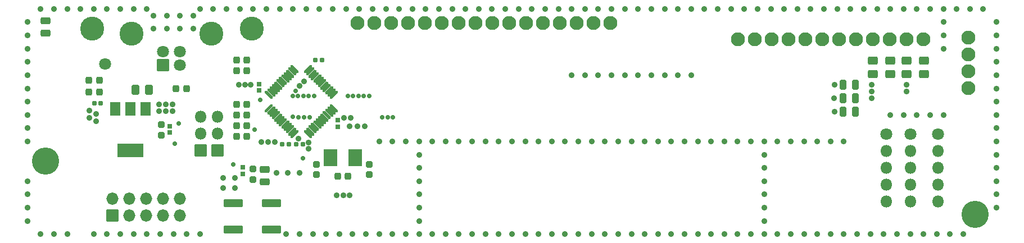
<source format=gbr>
%TF.GenerationSoftware,KiCad,Pcbnew,(6.0.6)*%
%TF.CreationDate,2022-06-30T18:10:47+10:00*%
%TF.ProjectId,modelh,6d6f6465-6c68-42e6-9b69-6361645f7063,v0.1*%
%TF.SameCoordinates,Original*%
%TF.FileFunction,Soldermask,Top*%
%TF.FilePolarity,Negative*%
%FSLAX46Y46*%
G04 Gerber Fmt 4.6, Leading zero omitted, Abs format (unit mm)*
G04 Created by KiCad (PCBNEW (6.0.6)) date 2022-06-30 18:10:47*
%MOMM*%
%LPD*%
G01*
G04 APERTURE LIST*
G04 Aperture macros list*
%AMRoundRect*
0 Rectangle with rounded corners*
0 $1 Rounding radius*
0 $2 $3 $4 $5 $6 $7 $8 $9 X,Y pos of 4 corners*
0 Add a 4 corners polygon primitive as box body*
4,1,4,$2,$3,$4,$5,$6,$7,$8,$9,$2,$3,0*
0 Add four circle primitives for the rounded corners*
1,1,$1+$1,$2,$3*
1,1,$1+$1,$4,$5*
1,1,$1+$1,$6,$7*
1,1,$1+$1,$8,$9*
0 Add four rect primitives between the rounded corners*
20,1,$1+$1,$2,$3,$4,$5,0*
20,1,$1+$1,$4,$5,$6,$7,0*
20,1,$1+$1,$6,$7,$8,$9,0*
20,1,$1+$1,$8,$9,$2,$3,0*%
G04 Aperture macros list end*
%ADD10O,1.801600X1.801600*%
%ADD11RoundRect,0.050800X0.850000X0.850000X-0.850000X0.850000X-0.850000X-0.850000X0.850000X-0.850000X0*%
%ADD12C,1.801600*%
%ADD13C,2.101600*%
%ADD14RoundRect,0.125800X0.521491X0.415425X0.415425X0.521491X-0.521491X-0.415425X-0.415425X-0.521491X0*%
%ADD15RoundRect,0.125800X0.521491X-0.415425X-0.415425X0.521491X-0.521491X0.415425X0.415425X-0.521491X0*%
%ADD16RoundRect,0.198300X-0.172500X0.147500X-0.172500X-0.147500X0.172500X-0.147500X0.172500X0.147500X0*%
%ADD17RoundRect,0.269550X0.218750X0.256250X-0.218750X0.256250X-0.218750X-0.256250X0.218750X-0.256250X0*%
%ADD18C,3.601600*%
%ADD19RoundRect,0.050800X0.850000X-0.850000X0.850000X0.850000X-0.850000X0.850000X-0.850000X-0.850000X0*%
%ADD20RoundRect,0.198300X0.147500X0.172500X-0.147500X0.172500X-0.147500X-0.172500X0.147500X-0.172500X0*%
%ADD21RoundRect,0.300800X-0.325000X-0.450000X0.325000X-0.450000X0.325000X0.450000X-0.325000X0.450000X0*%
%ADD22RoundRect,0.294550X0.243750X0.456250X-0.243750X0.456250X-0.243750X-0.456250X0.243750X-0.456250X0*%
%ADD23RoundRect,0.300800X-0.450000X0.325000X-0.450000X-0.325000X0.450000X-0.325000X0.450000X0.325000X0*%
%ADD24RoundRect,0.269550X-0.256250X0.218750X-0.256250X-0.218750X0.256250X-0.218750X0.256250X0.218750X0*%
%ADD25RoundRect,0.294550X0.456250X-0.243750X0.456250X0.243750X-0.456250X0.243750X-0.456250X-0.243750X0*%
%ADD26RoundRect,0.198300X-0.147500X-0.172500X0.147500X-0.172500X0.147500X0.172500X-0.147500X0.172500X0*%
%ADD27RoundRect,0.198300X0.172500X-0.147500X0.172500X0.147500X-0.172500X0.147500X-0.172500X-0.147500X0*%
%ADD28O,1.828800X1.828800*%
%ADD29RoundRect,0.050800X0.863600X-0.863600X0.863600X0.863600X-0.863600X0.863600X-0.863600X-0.863600X0*%
%ADD30RoundRect,0.269550X-0.218750X-0.256250X0.218750X-0.256250X0.218750X0.256250X-0.218750X0.256250X0*%
%ADD31RoundRect,0.050800X1.375000X0.500000X-1.375000X0.500000X-1.375000X-0.500000X1.375000X-0.500000X0*%
%ADD32RoundRect,0.050800X1.000000X1.200000X-1.000000X1.200000X-1.000000X-1.200000X1.000000X-1.200000X0*%
%ADD33RoundRect,0.050800X-0.750000X1.000000X-0.750000X-1.000000X0.750000X-1.000000X0.750000X1.000000X0*%
%ADD34RoundRect,0.050800X-1.900000X1.000000X-1.900000X-1.000000X1.900000X-1.000000X1.900000X1.000000X0*%
%ADD35RoundRect,0.269550X0.256250X-0.218750X0.256250X0.218750X-0.256250X0.218750X-0.256250X-0.218750X0*%
%ADD36C,4.101600*%
%ADD37RoundRect,0.294550X-0.456250X0.243750X-0.456250X-0.243750X0.456250X-0.243750X0.456250X0.243750X0*%
%ADD38C,0.901600*%
%ADD39C,0.701600*%
G04 APERTURE END LIST*
D10*
%TO.C,J5*%
X93070000Y-65260000D03*
X95610000Y-65260000D03*
X93070000Y-67800000D03*
X95610000Y-67800000D03*
D11*
X93070000Y-70340000D03*
X95610000Y-70340000D03*
%TD*%
D10*
%TO.C,J7*%
X204170000Y-78100000D03*
X204170000Y-75560000D03*
X204170000Y-73020000D03*
X204170000Y-70480000D03*
D12*
X204170000Y-67940000D03*
%TD*%
D10*
%TO.C,J9*%
X200070000Y-78100000D03*
X200070000Y-75560000D03*
X200070000Y-73020000D03*
X200070000Y-70480000D03*
D12*
X200070000Y-67940000D03*
%TD*%
%TO.C,TP1*%
X78670000Y-57340000D03*
%TD*%
D10*
%TO.C,J8*%
X196370000Y-78100000D03*
X196370000Y-75560000D03*
X196370000Y-73020000D03*
X196370000Y-70480000D03*
D12*
X196370000Y-67940000D03*
%TD*%
D13*
%TO.C,J4*%
X208750000Y-60920000D03*
X208750000Y-58380000D03*
X208750000Y-55840000D03*
X208750000Y-53300000D03*
%TD*%
%TO.C,J3*%
X202020000Y-53600000D03*
X199480000Y-53600000D03*
X196940000Y-53600000D03*
X194400000Y-53600000D03*
X191860000Y-53600000D03*
X189320000Y-53600000D03*
X186780000Y-53600000D03*
X184240000Y-53600000D03*
X181700000Y-53600000D03*
X179160000Y-53600000D03*
X176620000Y-53600000D03*
X174080000Y-53600000D03*
%TD*%
%TO.C,J2*%
X154800000Y-51100000D03*
X152260000Y-51100000D03*
X149720000Y-51100000D03*
X147180000Y-51100000D03*
X144640000Y-51100000D03*
X142100000Y-51100000D03*
X139560000Y-51100000D03*
X137020000Y-51100000D03*
X134480000Y-51100000D03*
X131940000Y-51100000D03*
X129400000Y-51100000D03*
X126860000Y-51100000D03*
X124320000Y-51100000D03*
X121780000Y-51100000D03*
X119240000Y-51100000D03*
X116700000Y-51100000D03*
%TD*%
D14*
%TO.C,U1*%
X107271212Y-67877876D03*
X106917658Y-67524322D03*
X106564105Y-67170769D03*
X106210551Y-66817215D03*
X105856998Y-66463662D03*
X105503445Y-66110109D03*
X105149891Y-65756555D03*
X104796338Y-65403002D03*
X104442785Y-65049449D03*
X104089231Y-64695895D03*
X103735678Y-64342342D03*
X103382124Y-63988788D03*
D15*
X103382124Y-61991212D03*
X103735678Y-61637658D03*
X104089231Y-61284105D03*
X104442785Y-60930551D03*
X104796338Y-60576998D03*
X105149891Y-60223445D03*
X105503445Y-59869891D03*
X105856998Y-59516338D03*
X106210551Y-59162785D03*
X106564105Y-58809231D03*
X106917658Y-58455678D03*
X107271212Y-58102124D03*
D14*
X109268788Y-58102124D03*
X109622342Y-58455678D03*
X109975895Y-58809231D03*
X110329449Y-59162785D03*
X110683002Y-59516338D03*
X111036555Y-59869891D03*
X111390109Y-60223445D03*
X111743662Y-60576998D03*
X112097215Y-60930551D03*
X112450769Y-61284105D03*
X112804322Y-61637658D03*
X113157876Y-61991212D03*
D15*
X113157876Y-63988788D03*
X112804322Y-64342342D03*
X112450769Y-64695895D03*
X112097215Y-65049449D03*
X111743662Y-65403002D03*
X111390109Y-65756555D03*
X111036555Y-66110109D03*
X110683002Y-66463662D03*
X110329449Y-66817215D03*
X109975895Y-67170769D03*
X109622342Y-67524322D03*
X109268788Y-67877876D03*
%TD*%
D16*
%TO.C,C9*%
X99470000Y-73875000D03*
X99470000Y-72905000D03*
%TD*%
D17*
%TO.C,R18*%
X98482500Y-63440000D03*
X100057500Y-63440000D03*
%TD*%
%TO.C,R17*%
X98482500Y-68240000D03*
X100057500Y-68240000D03*
%TD*%
D18*
%TO.C,J1*%
X94740000Y-52780000D03*
X82700000Y-52780000D03*
D12*
X87470000Y-55490000D03*
X89970000Y-55490000D03*
X89970000Y-57490000D03*
D19*
X87470000Y-57490000D03*
%TD*%
D20*
%TO.C,C14*%
X105385000Y-69440000D03*
X106355000Y-69440000D03*
%TD*%
D21*
%TO.C,R16*%
X85295000Y-61240000D03*
X83245000Y-61240000D03*
%TD*%
D22*
%TO.C,R9*%
X189862500Y-64540000D03*
X191737500Y-64540000D03*
%TD*%
%TO.C,R8*%
X189862500Y-62470000D03*
X191737500Y-62470000D03*
%TD*%
%TO.C,R7*%
X189862500Y-60440000D03*
X191737500Y-60440000D03*
%TD*%
D23*
%TO.C,R15*%
X202070000Y-58865000D03*
X202070000Y-56815000D03*
%TD*%
%TO.C,R14*%
X199470000Y-58865000D03*
X199470000Y-56815000D03*
%TD*%
%TO.C,R13*%
X196970000Y-58865000D03*
X196970000Y-56815000D03*
%TD*%
%TO.C,R12*%
X194370000Y-58840000D03*
X194370000Y-56790000D03*
%TD*%
D24*
%TO.C,R2*%
X100970000Y-74727500D03*
X100970000Y-73152500D03*
%TD*%
D25*
%TO.C,LED2*%
X102770000Y-73202500D03*
X102770000Y-75077500D03*
%TD*%
D17*
%TO.C,R11*%
X89382500Y-61040000D03*
X90957500Y-61040000D03*
%TD*%
D26*
%TO.C,C13*%
X111355000Y-56740000D03*
X110385000Y-56740000D03*
%TD*%
D20*
%TO.C,C12*%
X107535000Y-69440000D03*
X108505000Y-69440000D03*
%TD*%
D16*
%TO.C,C11*%
X113800000Y-66785000D03*
X113800000Y-65815000D03*
%TD*%
D27*
%TO.C,C10*%
X101870000Y-60355000D03*
X101870000Y-61325000D03*
%TD*%
%TO.C,C4*%
X88470000Y-66705000D03*
X88470000Y-67675000D03*
%TD*%
D20*
%TO.C,C2*%
X77070000Y-63240000D03*
X78040000Y-63240000D03*
%TD*%
D28*
%TO.C,J6*%
X89930000Y-77600000D03*
X89930000Y-80140000D03*
X87390000Y-77600000D03*
X87390000Y-80140000D03*
X84850000Y-77600000D03*
X84850000Y-80140000D03*
X82310000Y-77600000D03*
X82310000Y-80140000D03*
X79770000Y-77600000D03*
D29*
X79770000Y-80140000D03*
%TD*%
D17*
%TO.C,R10*%
X98482500Y-65040000D03*
X100057500Y-65040000D03*
%TD*%
D30*
%TO.C,R5*%
X100057500Y-66640000D03*
X98482500Y-66640000D03*
%TD*%
%TO.C,R3*%
X100057500Y-58340000D03*
X98482500Y-58340000D03*
%TD*%
D24*
%TO.C,C6*%
X110520000Y-74027500D03*
X110520000Y-72452500D03*
%TD*%
%TO.C,C5*%
X118520000Y-74027500D03*
X118520000Y-72452500D03*
%TD*%
D30*
%TO.C,R1*%
X77857500Y-59740000D03*
X76282500Y-59740000D03*
%TD*%
D31*
%TO.C,SW1*%
X97990000Y-78290000D03*
X103750000Y-78290000D03*
X103750000Y-82290000D03*
X97990000Y-82290000D03*
%TD*%
D30*
%TO.C,R4*%
X100057500Y-56740000D03*
X98482500Y-56740000D03*
%TD*%
D32*
%TO.C,Y1*%
X112670000Y-71490000D03*
X116370000Y-71490000D03*
%TD*%
D33*
%TO.C,U2*%
X84820000Y-64090000D03*
X80220000Y-64090000D03*
X82520000Y-64090000D03*
D34*
X82520000Y-70390000D03*
%TD*%
D17*
%TO.C,R6*%
X113732500Y-74240000D03*
X115307500Y-74240000D03*
%TD*%
D35*
%TO.C,C3*%
X87170000Y-66452500D03*
X87170000Y-68027500D03*
%TD*%
D17*
%TO.C,C1*%
X76295000Y-61540000D03*
X77870000Y-61540000D03*
%TD*%
D36*
%TO.C,REF\u002A\u002A*%
X209770000Y-79990000D03*
%TD*%
D37*
%TO.C,LED1*%
X69770000Y-52677500D03*
X69770000Y-50802500D03*
%TD*%
D36*
%TO.C,REF\u002A\u002A*%
X69770000Y-71990000D03*
%TD*%
D18*
%TO.C,REF\u002A\u002A*%
X100770000Y-51990000D03*
%TD*%
%TO.C,REF\u002A\u002A*%
X76770000Y-51990000D03*
%TD*%
D38*
X116700000Y-66700000D03*
X100670000Y-60459990D03*
X76370000Y-64340000D03*
X77370000Y-64840000D03*
X76370000Y-65440000D03*
X77370000Y-65940000D03*
X86870000Y-63440000D03*
X86870000Y-64440000D03*
X104270000Y-69110010D03*
X103270000Y-69110010D03*
X107794990Y-68540000D03*
X99770000Y-60440000D03*
X98870000Y-60440000D03*
X87870000Y-63440000D03*
X87870000Y-64440000D03*
X88870000Y-63440000D03*
X88870000Y-64440000D03*
X102270000Y-69110000D03*
X115570000Y-66690000D03*
X114570000Y-77140000D03*
X115570000Y-77140000D03*
X113570000Y-77140000D03*
X108700000Y-59900004D03*
X108000000Y-60600000D03*
X149000000Y-59000000D03*
X151000000Y-59000000D03*
X153000000Y-59000000D03*
X155000000Y-59000000D03*
X157000000Y-59000000D03*
X159000000Y-59000000D03*
X161000000Y-59000000D03*
X163000000Y-59000000D03*
X165000000Y-59000000D03*
X167000000Y-59000000D03*
X120000000Y-69000000D03*
X122000000Y-69000000D03*
X124000000Y-69000000D03*
X126000000Y-69000000D03*
X128000000Y-69000000D03*
X138000000Y-69000000D03*
X136000000Y-69000000D03*
X134000000Y-69000000D03*
X130000000Y-69000000D03*
X132000000Y-69000000D03*
X148000000Y-69000000D03*
X146000000Y-69000000D03*
X150000000Y-69000000D03*
X158000000Y-69000000D03*
X156000000Y-69000000D03*
X152000000Y-69000000D03*
X154000000Y-69000000D03*
X144000000Y-69000000D03*
X140000000Y-69000000D03*
X142000000Y-69000000D03*
X178000000Y-69000000D03*
X170000000Y-69000000D03*
X176000000Y-69000000D03*
X164000000Y-69000000D03*
X172000000Y-69000000D03*
X174000000Y-69000000D03*
X166000000Y-69000000D03*
X168000000Y-69000000D03*
X162000000Y-69000000D03*
X160000000Y-69000000D03*
X180000000Y-69000000D03*
X182000000Y-69000000D03*
X184000000Y-69000000D03*
X186000000Y-69000000D03*
X188000000Y-69000000D03*
X190000000Y-69000000D03*
X205000000Y-55000000D03*
X205000000Y-53000000D03*
X205000000Y-51000000D03*
X213000000Y-75000000D03*
X213000000Y-73000000D03*
X213000000Y-71000000D03*
X213000000Y-69000000D03*
X213000000Y-67000000D03*
X213000000Y-65000000D03*
X213000000Y-63000000D03*
X213000000Y-61000000D03*
X213000000Y-59000000D03*
X213000000Y-57000000D03*
X213000000Y-55000000D03*
X213000000Y-53000000D03*
X213000000Y-51000000D03*
X148000000Y-83000000D03*
X170000000Y-83000000D03*
X154000000Y-83000000D03*
X168000000Y-83000000D03*
X156000000Y-83000000D03*
X116000000Y-83000000D03*
X162000000Y-83000000D03*
X166000000Y-83000000D03*
X160000000Y-83000000D03*
X114000000Y-83000000D03*
X152000000Y-83000000D03*
X150000000Y-83000000D03*
X164000000Y-83000000D03*
X158000000Y-83000000D03*
X172000000Y-83000000D03*
X118000000Y-83000000D03*
X146000000Y-83000000D03*
X138000000Y-83000000D03*
X144000000Y-83000000D03*
X132000000Y-83000000D03*
X140000000Y-83000000D03*
X126000000Y-83000000D03*
X142000000Y-83000000D03*
X174000000Y-83000000D03*
X134000000Y-83000000D03*
X124000000Y-83000000D03*
X120000000Y-83000000D03*
X122000000Y-83000000D03*
X136000000Y-83000000D03*
X130000000Y-83000000D03*
X128000000Y-83000000D03*
X112000000Y-83000000D03*
X176000000Y-83000000D03*
X108000000Y-83000000D03*
X110000000Y-83000000D03*
X178000000Y-83000000D03*
X182000000Y-83000000D03*
X186000000Y-83000000D03*
X190000000Y-83000000D03*
X184000000Y-83000000D03*
X194000000Y-83000000D03*
X192000000Y-83000000D03*
X188000000Y-83000000D03*
X180000000Y-83000000D03*
X196000000Y-83000000D03*
X198000000Y-83000000D03*
X200000000Y-83000000D03*
X202000000Y-83000000D03*
X204000000Y-83000000D03*
X69000000Y-83000000D03*
X71000000Y-83000000D03*
X67000000Y-81000000D03*
X67000000Y-79000000D03*
X67000000Y-77000000D03*
X67000000Y-51000000D03*
X67000000Y-53000000D03*
X67000000Y-55000000D03*
X67000000Y-57000000D03*
X67000000Y-59000000D03*
X67000000Y-61000000D03*
X67000000Y-63000000D03*
X67000000Y-65000000D03*
X86000000Y-50000000D03*
X88000000Y-50000000D03*
X90000000Y-50000000D03*
X92000000Y-50000000D03*
X92000000Y-52000000D03*
X90000000Y-52000000D03*
X88000000Y-52000000D03*
X86000000Y-52000000D03*
X211000000Y-49000000D03*
X199000000Y-49000000D03*
X207000000Y-49000000D03*
X203000000Y-49000000D03*
X209000000Y-49000000D03*
X205000000Y-49000000D03*
X201000000Y-49000000D03*
X195000000Y-49000000D03*
X193000000Y-49000000D03*
X197000000Y-49000000D03*
X181000000Y-49000000D03*
X177000000Y-49000000D03*
X185000000Y-49000000D03*
X183000000Y-49000000D03*
X187000000Y-49000000D03*
X179000000Y-49000000D03*
X191000000Y-49000000D03*
X175000000Y-49000000D03*
X189000000Y-49000000D03*
X173000000Y-49000000D03*
X171000000Y-49000000D03*
X167000000Y-49000000D03*
X163000000Y-49000000D03*
X159000000Y-49000000D03*
X153000000Y-49000000D03*
X161000000Y-49000000D03*
X155000000Y-49000000D03*
X157000000Y-49000000D03*
X169000000Y-49000000D03*
X165000000Y-49000000D03*
X143000000Y-49000000D03*
X151000000Y-49000000D03*
X133000000Y-49000000D03*
X145000000Y-49000000D03*
X139000000Y-49000000D03*
X149000000Y-49000000D03*
X141000000Y-49000000D03*
X135000000Y-49000000D03*
X147000000Y-49000000D03*
X137000000Y-49000000D03*
X113000000Y-49000000D03*
X131000000Y-49000000D03*
X115000000Y-49000000D03*
X123000000Y-49000000D03*
X117000000Y-49000000D03*
X127000000Y-49000000D03*
X121000000Y-49000000D03*
X129000000Y-49000000D03*
X119000000Y-49000000D03*
X125000000Y-49000000D03*
X111000000Y-49000000D03*
X109000000Y-49000000D03*
X107000000Y-49000000D03*
X105000000Y-49000000D03*
X213000000Y-77000000D03*
X206000000Y-83000000D03*
X208000000Y-83000000D03*
X103000000Y-49000000D03*
X101000000Y-49000000D03*
X99000000Y-49000000D03*
X67000000Y-67000000D03*
X69000000Y-49000000D03*
X71000000Y-49000000D03*
X73000000Y-49000000D03*
X75000000Y-49000000D03*
X77000000Y-49000000D03*
X79000000Y-49000000D03*
X81000000Y-49000000D03*
X83000000Y-49000000D03*
X97000000Y-49000000D03*
X95000000Y-49000000D03*
X93000000Y-49000000D03*
X85000000Y-49000000D03*
X126000000Y-71000000D03*
X126000000Y-73000000D03*
X126000000Y-75000000D03*
X126000000Y-77000000D03*
X126000000Y-79000000D03*
X126000000Y-81000000D03*
X178000000Y-81000000D03*
X178000000Y-79000000D03*
X178000000Y-77000000D03*
X178000000Y-75000000D03*
X178000000Y-73000000D03*
X178000000Y-71000000D03*
X197000000Y-65000000D03*
X199000000Y-65000000D03*
X201000000Y-65000000D03*
X203000000Y-65000000D03*
X205000000Y-65000000D03*
X117800000Y-66700000D03*
X108000000Y-73750000D03*
X106000000Y-83000000D03*
X104500000Y-73750000D03*
X106250000Y-73750000D03*
X96500000Y-74500000D03*
X96500000Y-76000000D03*
X98250000Y-76000000D03*
X98250000Y-74500000D03*
X93000000Y-83000000D03*
X91000000Y-83000000D03*
X89000000Y-83000000D03*
X87000000Y-83000000D03*
X85000000Y-83000000D03*
X83000000Y-83000000D03*
X73000000Y-83000000D03*
X77000000Y-83000000D03*
X79000000Y-83000000D03*
X81000000Y-83000000D03*
X213000000Y-79000000D03*
X67000000Y-75000000D03*
X67000000Y-69000000D03*
X194170000Y-62440000D03*
X199470000Y-61440000D03*
X194157340Y-61427340D03*
X199470000Y-60440000D03*
X194170161Y-60427411D03*
X114670000Y-65440000D03*
X109370000Y-69140000D03*
X109370000Y-70140000D03*
X115720000Y-65440000D03*
D39*
X109528158Y-65366699D03*
X108520000Y-71540004D03*
X117670000Y-62140000D03*
X107770000Y-62140000D03*
X118470000Y-62140000D03*
X106970000Y-62140000D03*
X108570000Y-62140000D03*
X116870000Y-62140000D03*
X109370000Y-62140000D03*
X116070000Y-62140000D03*
X110170000Y-62140000D03*
X115270000Y-62140000D03*
X101270000Y-67215000D03*
X98020000Y-72490000D03*
X89800000Y-66300000D03*
X89200000Y-69300000D03*
X120470000Y-65340000D03*
X108670000Y-65340000D03*
D38*
X188590000Y-60420000D03*
D39*
X107870000Y-65340000D03*
X121270000Y-65340000D03*
D38*
X188540000Y-62470000D03*
D39*
X122070000Y-65340000D03*
D38*
X188570000Y-64540000D03*
D39*
X107028051Y-65298051D03*
X102100000Y-62700000D03*
X107400000Y-61400000D03*
G36*
X107527335Y-67200033D02*
G01*
X107527365Y-67200941D01*
X107520101Y-67237456D01*
X107540652Y-67268215D01*
X107577153Y-67275476D01*
X107594006Y-67268495D01*
X107595989Y-67268756D01*
X107596754Y-67270604D01*
X107596185Y-67271757D01*
X106664881Y-68203061D01*
X106662949Y-68203579D01*
X106661535Y-68202165D01*
X106661505Y-68201257D01*
X106668769Y-68164742D01*
X106648218Y-68133983D01*
X106611717Y-68126722D01*
X106594864Y-68133703D01*
X106592881Y-68133442D01*
X106592116Y-68131594D01*
X106592685Y-68130441D01*
X107523989Y-67199137D01*
X107525921Y-67198619D01*
X107527335Y-67200033D01*
G37*
G36*
X109016223Y-67199349D02*
G01*
X109947527Y-68130653D01*
X109948045Y-68132585D01*
X109946631Y-68133999D01*
X109945723Y-68134029D01*
X109909208Y-68126765D01*
X109878449Y-68147316D01*
X109871188Y-68183817D01*
X109878169Y-68200670D01*
X109877908Y-68202653D01*
X109876060Y-68203418D01*
X109874907Y-68202849D01*
X108943603Y-67271545D01*
X108943085Y-67269613D01*
X108944499Y-67268199D01*
X108945407Y-67268169D01*
X108981922Y-67275433D01*
X109012681Y-67254882D01*
X109019942Y-67218381D01*
X109012961Y-67201528D01*
X109013222Y-67199545D01*
X109015070Y-67198780D01*
X109016223Y-67199349D01*
G37*
G36*
X107173783Y-66846479D02*
G01*
X107173813Y-66847387D01*
X107166549Y-66883900D01*
X107187101Y-66914659D01*
X107223602Y-66921920D01*
X107240453Y-66914940D01*
X107242436Y-66915201D01*
X107243201Y-66917049D01*
X107242632Y-66918202D01*
X106311326Y-67849508D01*
X106309394Y-67850026D01*
X106307980Y-67848612D01*
X106307950Y-67847704D01*
X106315214Y-67811191D01*
X106294662Y-67780432D01*
X106258161Y-67773171D01*
X106241310Y-67780151D01*
X106239327Y-67779890D01*
X106238562Y-67778042D01*
X106239131Y-67776889D01*
X107170437Y-66845583D01*
X107172369Y-66845065D01*
X107173783Y-66846479D01*
G37*
G36*
X109369775Y-66845795D02*
G01*
X110301081Y-67777101D01*
X110301599Y-67779033D01*
X110300185Y-67780447D01*
X110299277Y-67780477D01*
X110262764Y-67773213D01*
X110232005Y-67793765D01*
X110224744Y-67830266D01*
X110231724Y-67847117D01*
X110231463Y-67849100D01*
X110229615Y-67849865D01*
X110228462Y-67849296D01*
X109297156Y-66917990D01*
X109296638Y-66916058D01*
X109298052Y-66914644D01*
X109298960Y-66914614D01*
X109335473Y-66921878D01*
X109366232Y-66901326D01*
X109373493Y-66864825D01*
X109366513Y-66847974D01*
X109366774Y-66845991D01*
X109368622Y-66845226D01*
X109369775Y-66845795D01*
G37*
G36*
X106820228Y-66492926D02*
G01*
X106820258Y-66493834D01*
X106812994Y-66530349D01*
X106833545Y-66561108D01*
X106870046Y-66568369D01*
X106886899Y-66561388D01*
X106888882Y-66561649D01*
X106889647Y-66563497D01*
X106889078Y-66564650D01*
X105957774Y-67495954D01*
X105955842Y-67496472D01*
X105954428Y-67495058D01*
X105954398Y-67494150D01*
X105961662Y-67457635D01*
X105941111Y-67426876D01*
X105904610Y-67419615D01*
X105887757Y-67426596D01*
X105885774Y-67426335D01*
X105885009Y-67424487D01*
X105885578Y-67423334D01*
X106816882Y-66492030D01*
X106818814Y-66491512D01*
X106820228Y-66492926D01*
G37*
G36*
X109723330Y-66492242D02*
G01*
X110654634Y-67423546D01*
X110655152Y-67425478D01*
X110653738Y-67426892D01*
X110652830Y-67426922D01*
X110616315Y-67419658D01*
X110585556Y-67440209D01*
X110578295Y-67476710D01*
X110585276Y-67493563D01*
X110585015Y-67495546D01*
X110583167Y-67496311D01*
X110582014Y-67495742D01*
X109650710Y-66564438D01*
X109650192Y-66562506D01*
X109651606Y-66561092D01*
X109652514Y-66561062D01*
X109689029Y-66568326D01*
X109719788Y-66547775D01*
X109727049Y-66511274D01*
X109720068Y-66494421D01*
X109720329Y-66492438D01*
X109722177Y-66491673D01*
X109723330Y-66492242D01*
G37*
G36*
X106466676Y-66139372D02*
G01*
X106466706Y-66140280D01*
X106459442Y-66176793D01*
X106479994Y-66207552D01*
X106516495Y-66214813D01*
X106533346Y-66207833D01*
X106535329Y-66208094D01*
X106536094Y-66209942D01*
X106535525Y-66211095D01*
X105604219Y-67142401D01*
X105602287Y-67142919D01*
X105600873Y-67141505D01*
X105600843Y-67140597D01*
X105608107Y-67104084D01*
X105587555Y-67073325D01*
X105551054Y-67066064D01*
X105534203Y-67073044D01*
X105532220Y-67072783D01*
X105531455Y-67070935D01*
X105532024Y-67069782D01*
X106463330Y-66138476D01*
X106465262Y-66137958D01*
X106466676Y-66139372D01*
G37*
G36*
X110076882Y-66138688D02*
G01*
X111008188Y-67069994D01*
X111008706Y-67071926D01*
X111007292Y-67073340D01*
X111006384Y-67073370D01*
X110969871Y-67066106D01*
X110939112Y-67086658D01*
X110931851Y-67123159D01*
X110938831Y-67140010D01*
X110938570Y-67141993D01*
X110936722Y-67142758D01*
X110935569Y-67142189D01*
X110004263Y-66210883D01*
X110003745Y-66208951D01*
X110005159Y-66207537D01*
X110006067Y-66207507D01*
X110042580Y-66214771D01*
X110073339Y-66194219D01*
X110080600Y-66157718D01*
X110073620Y-66140867D01*
X110073881Y-66138884D01*
X110075729Y-66138119D01*
X110076882Y-66138688D01*
G37*
G36*
X106113123Y-65785819D02*
G01*
X106113153Y-65786727D01*
X106105889Y-65823240D01*
X106126441Y-65853999D01*
X106162942Y-65861260D01*
X106179793Y-65854280D01*
X106181776Y-65854541D01*
X106182541Y-65856389D01*
X106181972Y-65857542D01*
X105250666Y-66788848D01*
X105248734Y-66789366D01*
X105247320Y-66787952D01*
X105247290Y-66787044D01*
X105254554Y-66750531D01*
X105234002Y-66719772D01*
X105197501Y-66712511D01*
X105180650Y-66719491D01*
X105178667Y-66719230D01*
X105177902Y-66717382D01*
X105178471Y-66716229D01*
X106109777Y-65784923D01*
X106111709Y-65784405D01*
X106113123Y-65785819D01*
G37*
G36*
X110430435Y-65785135D02*
G01*
X111361741Y-66716441D01*
X111362259Y-66718373D01*
X111360845Y-66719787D01*
X111359937Y-66719817D01*
X111323424Y-66712553D01*
X111292665Y-66733105D01*
X111285404Y-66769606D01*
X111292384Y-66786457D01*
X111292123Y-66788440D01*
X111290275Y-66789205D01*
X111289122Y-66788636D01*
X110357816Y-65857330D01*
X110357298Y-65855398D01*
X110358712Y-65853984D01*
X110359620Y-65853954D01*
X110396133Y-65861218D01*
X110426892Y-65840666D01*
X110434153Y-65804165D01*
X110427173Y-65787314D01*
X110427434Y-65785331D01*
X110429282Y-65784566D01*
X110430435Y-65785135D01*
G37*
G36*
X105759568Y-65432266D02*
G01*
X105759598Y-65433174D01*
X105752334Y-65469689D01*
X105772885Y-65500448D01*
X105809386Y-65507709D01*
X105826239Y-65500728D01*
X105828222Y-65500989D01*
X105828987Y-65502837D01*
X105828418Y-65503990D01*
X104897114Y-66435294D01*
X104895182Y-66435812D01*
X104893768Y-66434398D01*
X104893738Y-66433490D01*
X104901002Y-66396975D01*
X104880451Y-66366216D01*
X104843950Y-66358955D01*
X104827097Y-66365936D01*
X104825114Y-66365675D01*
X104824349Y-66363827D01*
X104824918Y-66362674D01*
X105756222Y-65431370D01*
X105758154Y-65430852D01*
X105759568Y-65432266D01*
G37*
G36*
X110783990Y-65431582D02*
G01*
X111715294Y-66362886D01*
X111715812Y-66364818D01*
X111714398Y-66366232D01*
X111713490Y-66366262D01*
X111676975Y-66358998D01*
X111646216Y-66379549D01*
X111638955Y-66416050D01*
X111645936Y-66432903D01*
X111645675Y-66434886D01*
X111643827Y-66435651D01*
X111642674Y-66435082D01*
X110711370Y-65503778D01*
X110710852Y-65501846D01*
X110712266Y-65500432D01*
X110713174Y-65500402D01*
X110749689Y-65507666D01*
X110780448Y-65487115D01*
X110787709Y-65450614D01*
X110780728Y-65433761D01*
X110780989Y-65431778D01*
X110782837Y-65431013D01*
X110783990Y-65431582D01*
G37*
G36*
X105406016Y-65078712D02*
G01*
X105406046Y-65079620D01*
X105398782Y-65116133D01*
X105419334Y-65146892D01*
X105455835Y-65154153D01*
X105472686Y-65147173D01*
X105474669Y-65147434D01*
X105475434Y-65149282D01*
X105474865Y-65150435D01*
X104543559Y-66081741D01*
X104541627Y-66082259D01*
X104540213Y-66080845D01*
X104540183Y-66079937D01*
X104547447Y-66043424D01*
X104526895Y-66012665D01*
X104490394Y-66005404D01*
X104473543Y-66012384D01*
X104471560Y-66012123D01*
X104470795Y-66010275D01*
X104471364Y-66009122D01*
X105402670Y-65077816D01*
X105404602Y-65077298D01*
X105406016Y-65078712D01*
G37*
G36*
X111137542Y-65078028D02*
G01*
X112068848Y-66009334D01*
X112069366Y-66011266D01*
X112067952Y-66012680D01*
X112067044Y-66012710D01*
X112030531Y-66005446D01*
X111999772Y-66025998D01*
X111992511Y-66062499D01*
X111999491Y-66079350D01*
X111999230Y-66081333D01*
X111997382Y-66082098D01*
X111996229Y-66081529D01*
X111064923Y-65150223D01*
X111064405Y-65148291D01*
X111065819Y-65146877D01*
X111066727Y-65146847D01*
X111103240Y-65154111D01*
X111133999Y-65133559D01*
X111141260Y-65097058D01*
X111134280Y-65080207D01*
X111134541Y-65078224D01*
X111136389Y-65077459D01*
X111137542Y-65078028D01*
G37*
G36*
X105052463Y-64725159D02*
G01*
X105052493Y-64726067D01*
X105045229Y-64762580D01*
X105065781Y-64793339D01*
X105102282Y-64800600D01*
X105119133Y-64793620D01*
X105121116Y-64793881D01*
X105121881Y-64795729D01*
X105121312Y-64796882D01*
X104190006Y-65728188D01*
X104188074Y-65728706D01*
X104186660Y-65727292D01*
X104186630Y-65726384D01*
X104193894Y-65689871D01*
X104173342Y-65659112D01*
X104136841Y-65651851D01*
X104119990Y-65658831D01*
X104118007Y-65658570D01*
X104117242Y-65656722D01*
X104117811Y-65655569D01*
X105049117Y-64724263D01*
X105051049Y-64723745D01*
X105052463Y-64725159D01*
G37*
G36*
X111491095Y-64724475D02*
G01*
X112422401Y-65655781D01*
X112422919Y-65657713D01*
X112421505Y-65659127D01*
X112420597Y-65659157D01*
X112384084Y-65651893D01*
X112353325Y-65672445D01*
X112346064Y-65708946D01*
X112353044Y-65725797D01*
X112352783Y-65727780D01*
X112350935Y-65728545D01*
X112349782Y-65727976D01*
X111418476Y-64796670D01*
X111417958Y-64794738D01*
X111419372Y-64793324D01*
X111420280Y-64793294D01*
X111456793Y-64800558D01*
X111487552Y-64780006D01*
X111494813Y-64743505D01*
X111487833Y-64726654D01*
X111488094Y-64724671D01*
X111489942Y-64723906D01*
X111491095Y-64724475D01*
G37*
G36*
X104698908Y-64371606D02*
G01*
X104698938Y-64372514D01*
X104691674Y-64409029D01*
X104712225Y-64439788D01*
X104748726Y-64447049D01*
X104765579Y-64440068D01*
X104767562Y-64440329D01*
X104768327Y-64442177D01*
X104767758Y-64443330D01*
X103836454Y-65374634D01*
X103834522Y-65375152D01*
X103833108Y-65373738D01*
X103833078Y-65372830D01*
X103840342Y-65336315D01*
X103819791Y-65305556D01*
X103783290Y-65298295D01*
X103766437Y-65305276D01*
X103764454Y-65305015D01*
X103763689Y-65303167D01*
X103764258Y-65302014D01*
X104695562Y-64370710D01*
X104697494Y-64370192D01*
X104698908Y-64371606D01*
G37*
G36*
X111844650Y-64370922D02*
G01*
X112775954Y-65302226D01*
X112776472Y-65304158D01*
X112775058Y-65305572D01*
X112774150Y-65305602D01*
X112737635Y-65298338D01*
X112706876Y-65318889D01*
X112699615Y-65355390D01*
X112706596Y-65372243D01*
X112706335Y-65374226D01*
X112704487Y-65374991D01*
X112703334Y-65374422D01*
X111772030Y-64443118D01*
X111771512Y-64441186D01*
X111772926Y-64439772D01*
X111773834Y-64439742D01*
X111810349Y-64447006D01*
X111841108Y-64426455D01*
X111848369Y-64389954D01*
X111841388Y-64373101D01*
X111841649Y-64371118D01*
X111843497Y-64370353D01*
X111844650Y-64370922D01*
G37*
G36*
X104345356Y-64018052D02*
G01*
X104345386Y-64018960D01*
X104338122Y-64055473D01*
X104358674Y-64086232D01*
X104395175Y-64093493D01*
X104412026Y-64086513D01*
X104414009Y-64086774D01*
X104414774Y-64088622D01*
X104414205Y-64089775D01*
X103482899Y-65021081D01*
X103480967Y-65021599D01*
X103479553Y-65020185D01*
X103479523Y-65019277D01*
X103486787Y-64982764D01*
X103466235Y-64952005D01*
X103429734Y-64944744D01*
X103412883Y-64951724D01*
X103410900Y-64951463D01*
X103410135Y-64949615D01*
X103410704Y-64948462D01*
X104342010Y-64017156D01*
X104343942Y-64016638D01*
X104345356Y-64018052D01*
G37*
G36*
X112198202Y-64017368D02*
G01*
X113129508Y-64948674D01*
X113130026Y-64950606D01*
X113128612Y-64952020D01*
X113127704Y-64952050D01*
X113091191Y-64944786D01*
X113060432Y-64965338D01*
X113053171Y-65001839D01*
X113060151Y-65018690D01*
X113059890Y-65020673D01*
X113058042Y-65021438D01*
X113056889Y-65020869D01*
X112125583Y-64089563D01*
X112125065Y-64087631D01*
X112126479Y-64086217D01*
X112127387Y-64086187D01*
X112163900Y-64093451D01*
X112194659Y-64072899D01*
X112201920Y-64036398D01*
X112194940Y-64019547D01*
X112195201Y-64017564D01*
X112197049Y-64016799D01*
X112198202Y-64017368D01*
G37*
G36*
X103991801Y-63664499D02*
G01*
X103991831Y-63665407D01*
X103984567Y-63701922D01*
X104005118Y-63732681D01*
X104041619Y-63739942D01*
X104058472Y-63732961D01*
X104060455Y-63733222D01*
X104061220Y-63735070D01*
X104060651Y-63736223D01*
X103129347Y-64667527D01*
X103127415Y-64668045D01*
X103126001Y-64666631D01*
X103125971Y-64665723D01*
X103133235Y-64629208D01*
X103112684Y-64598449D01*
X103076183Y-64591188D01*
X103059330Y-64598169D01*
X103057347Y-64597908D01*
X103056582Y-64596060D01*
X103057151Y-64594907D01*
X103988455Y-63663603D01*
X103990387Y-63663085D01*
X103991801Y-63664499D01*
G37*
G36*
X112551757Y-63663815D02*
G01*
X113483061Y-64595119D01*
X113483579Y-64597051D01*
X113482165Y-64598465D01*
X113481257Y-64598495D01*
X113444742Y-64591231D01*
X113413983Y-64611782D01*
X113406722Y-64648283D01*
X113413703Y-64665136D01*
X113413442Y-64667119D01*
X113411594Y-64667884D01*
X113410441Y-64667315D01*
X112479137Y-63736011D01*
X112478619Y-63734079D01*
X112480033Y-63732665D01*
X112480941Y-63732635D01*
X112517456Y-63739899D01*
X112548215Y-63719348D01*
X112555476Y-63682847D01*
X112548495Y-63665994D01*
X112548756Y-63664011D01*
X112550604Y-63663246D01*
X112551757Y-63663815D01*
G37*
G36*
X113413999Y-61313369D02*
G01*
X113414029Y-61314277D01*
X113406765Y-61350792D01*
X113427316Y-61381551D01*
X113463817Y-61388812D01*
X113480670Y-61381831D01*
X113482653Y-61382092D01*
X113483418Y-61383940D01*
X113482849Y-61385093D01*
X112551545Y-62316397D01*
X112549613Y-62316915D01*
X112548199Y-62315501D01*
X112548169Y-62314593D01*
X112555433Y-62278078D01*
X112534882Y-62247319D01*
X112498381Y-62240058D01*
X112481528Y-62247039D01*
X112479545Y-62246778D01*
X112478780Y-62244930D01*
X112479349Y-62243777D01*
X113410653Y-61312473D01*
X113412585Y-61311955D01*
X113413999Y-61313369D01*
G37*
G36*
X103129559Y-61312685D02*
G01*
X104060863Y-62243989D01*
X104061381Y-62245921D01*
X104059967Y-62247335D01*
X104059059Y-62247365D01*
X104022544Y-62240101D01*
X103991785Y-62260652D01*
X103984524Y-62297153D01*
X103991505Y-62314006D01*
X103991244Y-62315989D01*
X103989396Y-62316754D01*
X103988243Y-62316185D01*
X103056939Y-61384881D01*
X103056421Y-61382949D01*
X103057835Y-61381535D01*
X103058743Y-61381505D01*
X103095258Y-61388769D01*
X103126017Y-61368218D01*
X103133278Y-61331717D01*
X103126297Y-61314864D01*
X103126558Y-61312881D01*
X103128406Y-61312116D01*
X103129559Y-61312685D01*
G37*
G36*
X113060447Y-60959815D02*
G01*
X113060477Y-60960723D01*
X113053213Y-60997236D01*
X113073765Y-61027995D01*
X113110266Y-61035256D01*
X113127117Y-61028276D01*
X113129100Y-61028537D01*
X113129865Y-61030385D01*
X113129296Y-61031538D01*
X112197990Y-61962844D01*
X112196058Y-61963362D01*
X112194644Y-61961948D01*
X112194614Y-61961040D01*
X112201878Y-61924527D01*
X112181326Y-61893768D01*
X112144825Y-61886507D01*
X112127974Y-61893487D01*
X112125991Y-61893226D01*
X112125226Y-61891378D01*
X112125795Y-61890225D01*
X113057101Y-60958919D01*
X113059033Y-60958401D01*
X113060447Y-60959815D01*
G37*
G36*
X103483111Y-60959131D02*
G01*
X104414417Y-61890437D01*
X104414935Y-61892369D01*
X104413521Y-61893783D01*
X104412613Y-61893813D01*
X104376100Y-61886549D01*
X104345341Y-61907101D01*
X104338080Y-61943602D01*
X104345060Y-61960453D01*
X104344799Y-61962436D01*
X104342951Y-61963201D01*
X104341798Y-61962632D01*
X103410492Y-61031326D01*
X103409974Y-61029394D01*
X103411388Y-61027980D01*
X103412296Y-61027950D01*
X103448809Y-61035214D01*
X103479568Y-61014662D01*
X103486829Y-60978161D01*
X103479849Y-60961310D01*
X103480110Y-60959327D01*
X103481958Y-60958562D01*
X103483111Y-60959131D01*
G37*
G36*
X112706892Y-60606262D02*
G01*
X112706922Y-60607170D01*
X112699658Y-60643685D01*
X112720209Y-60674444D01*
X112756710Y-60681705D01*
X112773563Y-60674724D01*
X112775546Y-60674985D01*
X112776311Y-60676833D01*
X112775742Y-60677986D01*
X111844438Y-61609290D01*
X111842506Y-61609808D01*
X111841092Y-61608394D01*
X111841062Y-61607486D01*
X111848326Y-61570971D01*
X111827775Y-61540212D01*
X111791274Y-61532951D01*
X111774421Y-61539932D01*
X111772438Y-61539671D01*
X111771673Y-61537823D01*
X111772242Y-61536670D01*
X112703546Y-60605366D01*
X112705478Y-60604848D01*
X112706892Y-60606262D01*
G37*
G36*
X103836666Y-60605578D02*
G01*
X104767970Y-61536882D01*
X104768488Y-61538814D01*
X104767074Y-61540228D01*
X104766166Y-61540258D01*
X104729651Y-61532994D01*
X104698892Y-61553545D01*
X104691631Y-61590046D01*
X104698612Y-61606899D01*
X104698351Y-61608882D01*
X104696503Y-61609647D01*
X104695350Y-61609078D01*
X103764046Y-60677774D01*
X103763528Y-60675842D01*
X103764942Y-60674428D01*
X103765850Y-60674398D01*
X103802365Y-60681662D01*
X103833124Y-60661111D01*
X103840385Y-60624610D01*
X103833404Y-60607757D01*
X103833665Y-60605774D01*
X103835513Y-60605009D01*
X103836666Y-60605578D01*
G37*
G36*
X112353340Y-60252708D02*
G01*
X112353370Y-60253616D01*
X112346106Y-60290129D01*
X112366658Y-60320888D01*
X112403159Y-60328149D01*
X112420010Y-60321169D01*
X112421993Y-60321430D01*
X112422758Y-60323278D01*
X112422189Y-60324431D01*
X111490883Y-61255737D01*
X111488951Y-61256255D01*
X111487537Y-61254841D01*
X111487507Y-61253933D01*
X111494771Y-61217420D01*
X111474219Y-61186661D01*
X111437718Y-61179400D01*
X111420867Y-61186380D01*
X111418884Y-61186119D01*
X111418119Y-61184271D01*
X111418688Y-61183118D01*
X112349994Y-60251812D01*
X112351926Y-60251294D01*
X112353340Y-60252708D01*
G37*
G36*
X104190218Y-60252024D02*
G01*
X105121524Y-61183330D01*
X105122042Y-61185262D01*
X105120628Y-61186676D01*
X105119720Y-61186706D01*
X105083207Y-61179442D01*
X105052448Y-61199994D01*
X105045187Y-61236495D01*
X105052167Y-61253346D01*
X105051906Y-61255329D01*
X105050058Y-61256094D01*
X105048905Y-61255525D01*
X104117599Y-60324219D01*
X104117081Y-60322287D01*
X104118495Y-60320873D01*
X104119403Y-60320843D01*
X104155916Y-60328107D01*
X104186675Y-60307555D01*
X104193936Y-60271054D01*
X104186956Y-60254203D01*
X104187217Y-60252220D01*
X104189065Y-60251455D01*
X104190218Y-60252024D01*
G37*
G36*
X111999787Y-59899155D02*
G01*
X111999817Y-59900063D01*
X111992553Y-59936576D01*
X112013105Y-59967335D01*
X112049606Y-59974596D01*
X112066457Y-59967616D01*
X112068440Y-59967877D01*
X112069205Y-59969725D01*
X112068636Y-59970878D01*
X111137330Y-60902184D01*
X111135398Y-60902702D01*
X111133984Y-60901288D01*
X111133954Y-60900380D01*
X111141218Y-60863867D01*
X111120666Y-60833108D01*
X111084165Y-60825847D01*
X111067314Y-60832827D01*
X111065331Y-60832566D01*
X111064566Y-60830718D01*
X111065135Y-60829565D01*
X111996441Y-59898259D01*
X111998373Y-59897741D01*
X111999787Y-59899155D01*
G37*
G36*
X104543771Y-59898471D02*
G01*
X105475077Y-60829777D01*
X105475595Y-60831709D01*
X105474181Y-60833123D01*
X105473273Y-60833153D01*
X105436760Y-60825889D01*
X105406001Y-60846441D01*
X105398740Y-60882942D01*
X105405720Y-60899793D01*
X105405459Y-60901776D01*
X105403611Y-60902541D01*
X105402458Y-60901972D01*
X104471152Y-59970666D01*
X104470634Y-59968734D01*
X104472048Y-59967320D01*
X104472956Y-59967290D01*
X104509469Y-59974554D01*
X104540228Y-59954002D01*
X104547489Y-59917501D01*
X104540509Y-59900650D01*
X104540770Y-59898667D01*
X104542618Y-59897902D01*
X104543771Y-59898471D01*
G37*
G36*
X111646232Y-59545602D02*
G01*
X111646262Y-59546510D01*
X111638998Y-59583025D01*
X111659549Y-59613784D01*
X111696050Y-59621045D01*
X111712903Y-59614064D01*
X111714886Y-59614325D01*
X111715651Y-59616173D01*
X111715082Y-59617326D01*
X110783778Y-60548630D01*
X110781846Y-60549148D01*
X110780432Y-60547734D01*
X110780402Y-60546826D01*
X110787666Y-60510311D01*
X110767115Y-60479552D01*
X110730614Y-60472291D01*
X110713761Y-60479272D01*
X110711778Y-60479011D01*
X110711013Y-60477163D01*
X110711582Y-60476010D01*
X111642886Y-59544706D01*
X111644818Y-59544188D01*
X111646232Y-59545602D01*
G37*
G36*
X104897326Y-59544918D02*
G01*
X105828630Y-60476222D01*
X105829148Y-60478154D01*
X105827734Y-60479568D01*
X105826826Y-60479598D01*
X105790311Y-60472334D01*
X105759552Y-60492885D01*
X105752291Y-60529386D01*
X105759272Y-60546239D01*
X105759011Y-60548222D01*
X105757163Y-60548987D01*
X105756010Y-60548418D01*
X104824706Y-59617114D01*
X104824188Y-59615182D01*
X104825602Y-59613768D01*
X104826510Y-59613738D01*
X104863025Y-59621002D01*
X104893784Y-59600451D01*
X104901045Y-59563950D01*
X104894064Y-59547097D01*
X104894325Y-59545114D01*
X104896173Y-59544349D01*
X104897326Y-59544918D01*
G37*
G36*
X111292680Y-59192048D02*
G01*
X111292710Y-59192956D01*
X111285446Y-59229469D01*
X111305998Y-59260228D01*
X111342499Y-59267489D01*
X111359350Y-59260509D01*
X111361333Y-59260770D01*
X111362098Y-59262618D01*
X111361529Y-59263771D01*
X110430223Y-60195077D01*
X110428291Y-60195595D01*
X110426877Y-60194181D01*
X110426847Y-60193273D01*
X110434111Y-60156760D01*
X110413559Y-60126001D01*
X110377058Y-60118740D01*
X110360207Y-60125720D01*
X110358224Y-60125459D01*
X110357459Y-60123611D01*
X110358028Y-60122458D01*
X111289334Y-59191152D01*
X111291266Y-59190634D01*
X111292680Y-59192048D01*
G37*
G36*
X105250878Y-59191364D02*
G01*
X106182184Y-60122670D01*
X106182702Y-60124602D01*
X106181288Y-60126016D01*
X106180380Y-60126046D01*
X106143867Y-60118782D01*
X106113108Y-60139334D01*
X106105847Y-60175835D01*
X106112827Y-60192686D01*
X106112566Y-60194669D01*
X106110718Y-60195434D01*
X106109565Y-60194865D01*
X105178259Y-59263559D01*
X105177741Y-59261627D01*
X105179155Y-59260213D01*
X105180063Y-59260183D01*
X105216576Y-59267447D01*
X105247335Y-59246895D01*
X105254596Y-59210394D01*
X105247616Y-59193543D01*
X105247877Y-59191560D01*
X105249725Y-59190795D01*
X105250878Y-59191364D01*
G37*
G36*
X110939127Y-58838495D02*
G01*
X110939157Y-58839403D01*
X110931893Y-58875916D01*
X110952445Y-58906675D01*
X110988946Y-58913936D01*
X111005797Y-58906956D01*
X111007780Y-58907217D01*
X111008545Y-58909065D01*
X111007976Y-58910218D01*
X110076670Y-59841524D01*
X110074738Y-59842042D01*
X110073324Y-59840628D01*
X110073294Y-59839720D01*
X110080558Y-59803207D01*
X110060006Y-59772448D01*
X110023505Y-59765187D01*
X110006654Y-59772167D01*
X110004671Y-59771906D01*
X110003906Y-59770058D01*
X110004475Y-59768905D01*
X110935781Y-58837599D01*
X110937713Y-58837081D01*
X110939127Y-58838495D01*
G37*
G36*
X105604431Y-58837811D02*
G01*
X106535737Y-59769117D01*
X106536255Y-59771049D01*
X106534841Y-59772463D01*
X106533933Y-59772493D01*
X106497420Y-59765229D01*
X106466661Y-59785781D01*
X106459400Y-59822282D01*
X106466380Y-59839133D01*
X106466119Y-59841116D01*
X106464271Y-59841881D01*
X106463118Y-59841312D01*
X105531812Y-58910006D01*
X105531294Y-58908074D01*
X105532708Y-58906660D01*
X105533616Y-58906630D01*
X105570129Y-58913894D01*
X105600888Y-58893342D01*
X105608149Y-58856841D01*
X105601169Y-58839990D01*
X105601430Y-58838007D01*
X105603278Y-58837242D01*
X105604431Y-58837811D01*
G37*
G36*
X110585572Y-58484942D02*
G01*
X110585602Y-58485850D01*
X110578338Y-58522365D01*
X110598889Y-58553124D01*
X110635390Y-58560385D01*
X110652243Y-58553404D01*
X110654226Y-58553665D01*
X110654991Y-58555513D01*
X110654422Y-58556666D01*
X109723118Y-59487970D01*
X109721186Y-59488488D01*
X109719772Y-59487074D01*
X109719742Y-59486166D01*
X109727006Y-59449651D01*
X109706455Y-59418892D01*
X109669954Y-59411631D01*
X109653101Y-59418612D01*
X109651118Y-59418351D01*
X109650353Y-59416503D01*
X109650922Y-59415350D01*
X110582226Y-58484046D01*
X110584158Y-58483528D01*
X110585572Y-58484942D01*
G37*
G36*
X105957986Y-58484258D02*
G01*
X106889290Y-59415562D01*
X106889808Y-59417494D01*
X106888394Y-59418908D01*
X106887486Y-59418938D01*
X106850971Y-59411674D01*
X106820212Y-59432225D01*
X106812951Y-59468726D01*
X106819932Y-59485579D01*
X106819671Y-59487562D01*
X106817823Y-59488327D01*
X106816670Y-59487758D01*
X105885366Y-58556454D01*
X105884848Y-58554522D01*
X105886262Y-58553108D01*
X105887170Y-58553078D01*
X105923685Y-58560342D01*
X105954444Y-58539791D01*
X105961705Y-58503290D01*
X105954724Y-58486437D01*
X105954985Y-58484454D01*
X105956833Y-58483689D01*
X105957986Y-58484258D01*
G37*
G36*
X110232020Y-58131388D02*
G01*
X110232050Y-58132296D01*
X110224786Y-58168809D01*
X110245338Y-58199568D01*
X110281839Y-58206829D01*
X110298690Y-58199849D01*
X110300673Y-58200110D01*
X110301438Y-58201958D01*
X110300869Y-58203111D01*
X109369563Y-59134417D01*
X109367631Y-59134935D01*
X109366217Y-59133521D01*
X109366187Y-59132613D01*
X109373451Y-59096100D01*
X109352899Y-59065341D01*
X109316398Y-59058080D01*
X109299547Y-59065060D01*
X109297564Y-59064799D01*
X109296799Y-59062951D01*
X109297368Y-59061798D01*
X110228674Y-58130492D01*
X110230606Y-58129974D01*
X110232020Y-58131388D01*
G37*
G36*
X106311538Y-58130704D02*
G01*
X107242844Y-59062010D01*
X107243362Y-59063942D01*
X107241948Y-59065356D01*
X107241040Y-59065386D01*
X107204527Y-59058122D01*
X107173768Y-59078674D01*
X107166507Y-59115175D01*
X107173487Y-59132026D01*
X107173226Y-59134009D01*
X107171378Y-59134774D01*
X107170225Y-59134205D01*
X106238919Y-58202899D01*
X106238401Y-58200967D01*
X106239815Y-58199553D01*
X106240723Y-58199523D01*
X106277236Y-58206787D01*
X106307995Y-58186235D01*
X106315256Y-58149734D01*
X106308276Y-58132883D01*
X106308537Y-58130900D01*
X106310385Y-58130135D01*
X106311538Y-58130704D01*
G37*
G36*
X109878465Y-57777835D02*
G01*
X109878495Y-57778743D01*
X109871231Y-57815258D01*
X109891782Y-57846017D01*
X109928283Y-57853278D01*
X109945136Y-57846297D01*
X109947119Y-57846558D01*
X109947884Y-57848406D01*
X109947315Y-57849559D01*
X109016011Y-58780863D01*
X109014079Y-58781381D01*
X109012665Y-58779967D01*
X109012635Y-58779059D01*
X109019899Y-58742544D01*
X108999348Y-58711785D01*
X108962847Y-58704524D01*
X108945994Y-58711505D01*
X108944011Y-58711244D01*
X108943246Y-58709396D01*
X108943815Y-58708243D01*
X109875119Y-57776939D01*
X109877051Y-57776421D01*
X109878465Y-57777835D01*
G37*
G36*
X106665093Y-57777151D02*
G01*
X107596397Y-58708455D01*
X107596915Y-58710387D01*
X107595501Y-58711801D01*
X107594593Y-58711831D01*
X107558078Y-58704567D01*
X107527319Y-58725118D01*
X107520058Y-58761619D01*
X107527039Y-58778472D01*
X107526778Y-58780455D01*
X107524930Y-58781220D01*
X107523777Y-58780651D01*
X106592473Y-57849347D01*
X106591955Y-57847415D01*
X106593369Y-57846001D01*
X106594277Y-57845971D01*
X106630792Y-57853235D01*
X106661551Y-57832684D01*
X106668812Y-57796183D01*
X106661831Y-57779330D01*
X106662092Y-57777347D01*
X106663940Y-57776582D01*
X106665093Y-57777151D01*
G37*
M02*

</source>
